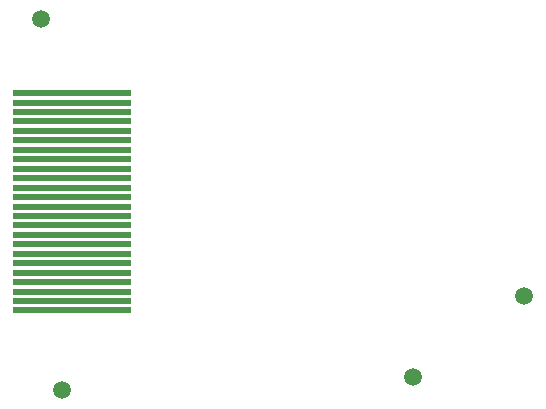
<source format=gbr>
G04 #@! TF.GenerationSoftware,KiCad,Pcbnew,(5.1.5)-3*
G04 #@! TF.CreationDate,2020-05-11T12:36:13-04:00*
G04 #@! TF.ProjectId,SmartWatch V4,536d6172-7457-4617-9463-682056342e6b,rev?*
G04 #@! TF.SameCoordinates,Original*
G04 #@! TF.FileFunction,Paste,Bot*
G04 #@! TF.FilePolarity,Positive*
%FSLAX46Y46*%
G04 Gerber Fmt 4.6, Leading zero omitted, Abs format (unit mm)*
G04 Created by KiCad (PCBNEW (5.1.5)-3) date 2020-05-11 12:36:13*
%MOMM*%
%LPD*%
G04 APERTURE LIST*
%ADD10R,10.000000X0.500000*%
%ADD11C,1.500000*%
G04 APERTURE END LIST*
D10*
X130450000Y-88800000D03*
X130450000Y-88000000D03*
X130450000Y-87200000D03*
X130450000Y-86400000D03*
X130450000Y-85600000D03*
X130450000Y-84800000D03*
X130450000Y-84000000D03*
X130450000Y-83200000D03*
X130450000Y-82400000D03*
X130450000Y-81600000D03*
X130450000Y-80800000D03*
X130450000Y-80000000D03*
X130450000Y-79200000D03*
X130450000Y-78400000D03*
X130450000Y-77600000D03*
X130450000Y-76800000D03*
X130450000Y-76000000D03*
X130450000Y-75200000D03*
X130450000Y-74400000D03*
X130450000Y-73600000D03*
X130450000Y-72800000D03*
X130450000Y-72000000D03*
X130450000Y-71200000D03*
X130450000Y-70400000D03*
D11*
X129603500Y-95567500D03*
X127800000Y-64100000D03*
X168732200Y-87553800D03*
X159300000Y-94400000D03*
M02*

</source>
